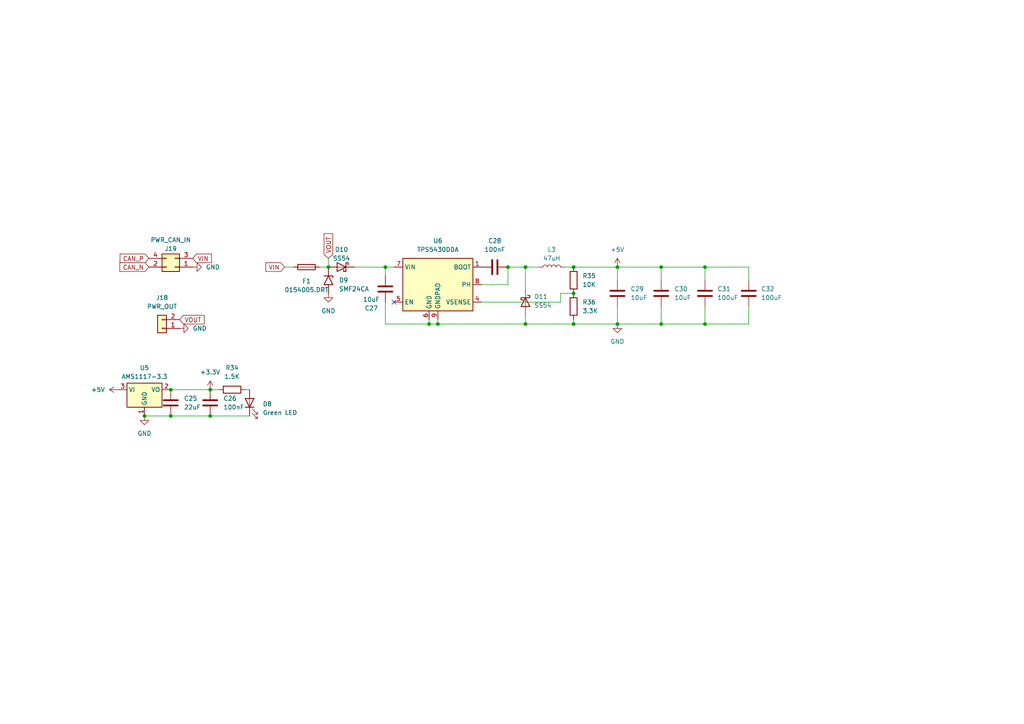
<source format=kicad_sch>
(kicad_sch (version 20231120) (generator "eeschema") (generator_version "8.0")
  (paper "A4")
  (title_block (title "CANBus Checkpoint") (date "2024-05-18") (rev "v1.1.0") (comment 1 "creativecommons.org/licenses/by-sa/4.0/") (comment 2 "License: CC BY-SA 4.0") (comment 3 "Author: Michael Smith"))
  (lib_symbols
    (symbol "Connector_Generic:Conn_01x02" (pin_names (offset 1.016) hide)
      (property "Reference" "J" (at 0 2.54 0))
      (property "Value" "Conn_01x02" (at 0 -5.08 0))
      (symbol "Conn_01x02_1_1"
        (rectangle (start -1.27 -2.413) (end 0 -2.667) (stroke (width 0.1524)))
        (rectangle (start -1.27 0.127) (end 0 -0.127) (stroke (width 0.1524)))
        (rectangle (start -1.27 1.27) (end 1.27 -3.81) (stroke (width 0.254)) (fill (type background)))
        (pin passive line (at -5.08 0 0) (length 3.81) (name "Pin_1") (number "1"))
        (pin passive line (at -5.08 -2.54 0) (length 3.81) (name "Pin_2") (number "2"))
      )
    )
    (symbol "Connector_Generic:Conn_02x02_Odd_Even" (pin_names (offset 1.016) hide)
      (property "Reference" "J" (at 1.27 2.54 0))
      (property "Value" "Conn_02x02_Odd_Even" (at 1.27 -5.08 0))
      (symbol "Conn_02x02_Odd_Even_1_1"
        (rectangle (start -1.27 -2.413) (end 0 -2.667) (stroke (width 0.1524)))
        (rectangle (start -1.27 0.127) (end 0 -0.127) (stroke (width 0.1524)))
        (rectangle (start -1.27 1.27) (end 3.81 -3.81) (stroke (width 0.254)) (fill (type background)))
        (rectangle (start 3.81 -2.413) (end 2.54 -2.667) (stroke (width 0.1524)))
        (rectangle (start 3.81 0.127) (end 2.54 -0.127) (stroke (width 0.1524)))
        (pin passive line (at -5.08 0 0) (length 3.81) (name "Pin_1") (number "1"))
        (pin passive line (at 7.62 0 180) (length 3.81) (name "Pin_2") (number "2"))
        (pin passive line (at -5.08 -2.54 0) (length 3.81) (name "Pin_3") (number "3"))
        (pin passive line (at 7.62 -2.54 180) (length 3.81) (name "Pin_4") (number "4"))
      )
    )
    (symbol "Device:C" (pin_numbers hide) (pin_names (offset 0.254))
      (property "Reference" "C" (at 0.635 2.54 0))
      (property "Value" "C" (at 0.635 -2.54 0))
      (symbol "C_0_1"
        (polyline (pts (xy -2.032 -0.762) (xy 2.032 -0.762)) (stroke (width 0.508)))
        (polyline (pts (xy -2.032 0.762) (xy 2.032 0.762)) (stroke (width 0.508)))
      )
      (symbol "C_1_1"
        (pin passive line (at 0 3.81 270) (length 2.794) (name "~") (number "1"))
        (pin passive line (at 0 -3.81 90) (length 2.794) (name "~") (number "2"))
      )
    )
    (symbol "Device:Fuse" (pin_numbers hide) (pin_names (offset 0))
      (property "Reference" "F" (at 2.032 0 90))
      (property "Value" "Fuse" (at -1.905 0 90))
      (symbol "Fuse_0_1"
        (rectangle (start -0.762 -2.54) (end 0.762 2.54) (stroke (width 0.254)))
        (polyline (pts (xy 0 2.54) (xy 0 -2.54)))
      )
      (symbol "Fuse_1_1"
        (pin passive line (at 0 3.81 270) (length 1.27) (name "~") (number "1"))
        (pin passive line (at 0 -3.81 90) (length 1.27) (name "~") (number "2"))
      )
    )
    (symbol "Device:L" (pin_numbers hide) (pin_names (offset 1.016) hide)
      (property "Reference" "L" (at -1.27 0 90))
      (property "Value" "L" (at 1.905 0 90))
      (symbol "L_0_1"
        (arc (start 0 -2.54) (mid 0.6323 -1.905) (end 0 -1.27))
        (arc (start 0 -1.27) (mid 0.6323 -0.635) (end 0 0))
        (arc (start 0 0) (mid 0.6323 0.635) (end 0 1.27))
        (arc (start 0 1.27) (mid 0.6323 1.905) (end 0 2.54))
      )
      (symbol "L_1_1"
        (pin passive line (at 0 3.81 270) (length 1.27) (name "1") (number "1"))
        (pin passive line (at 0 -3.81 90) (length 1.27) (name "2") (number "2"))
      )
    )
    (symbol "Device:LED" (pin_numbers hide) (pin_names (offset 1.016) hide)
      (property "Reference" "D" (at 0 2.54 0))
      (property "Value" "LED" (at 0 -2.54 0))
      (symbol "LED_0_1"
        (polyline (pts (xy -1.27 -1.27) (xy -1.27 1.27)) (stroke (width 0.254)))
        (polyline (pts (xy -1.27 0) (xy 1.27 0)))
        (polyline (pts (xy 1.27 -1.27) (xy 1.27 1.27) (xy -1.27 0) (xy 1.27 -1.27)) (stroke (width 0.254)))
        (polyline (pts (xy -3.048 -0.762) (xy -4.572 -2.286) (xy -3.81 -2.286) (xy -4.572 -2.286) (xy -4.572 -1.524)))
        (polyline (pts (xy -1.778 -0.762) (xy -3.302 -2.286) (xy -2.54 -2.286) (xy -3.302 -2.286) (xy -3.302 -1.524)))
      )
      (symbol "LED_1_1"
        (pin passive line (at -3.81 0 0) (length 2.54) (name "K") (number "1"))
        (pin passive line (at 3.81 0 180) (length 2.54) (name "A") (number "2"))
      )
    )
    (symbol "Device:R" (pin_numbers hide) (pin_names (offset 0))
      (property "Reference" "R" (at 2.032 0 90))
      (property "Value" "R" (at 0 0 90))
      (symbol "R_0_1"
        (rectangle (start -1.016 -2.54) (end 1.016 2.54) (stroke (width 0.254)))
      )
      (symbol "R_1_1"
        (pin passive line (at 0 3.81 270) (length 1.27) (name "~") (number "1"))
        (pin passive line (at 0 -3.81 90) (length 1.27) (name "~") (number "2"))
      )
    )
    (symbol "Diode:SMAJ24A" (pin_numbers hide) (pin_names (offset 1.016) hide)
      (property "Reference" "D" (at 0 2.54 0))
      (property "Value" "SMAJ24A" (at 0 -2.54 0))
      (symbol "SMAJ24A_0_1"
        (polyline (pts (xy -0.762 1.27) (xy -1.27 1.27) (xy -1.27 -1.27)) (stroke (width 0.254)))
        (polyline (pts (xy 1.27 1.27) (xy 1.27 -1.27) (xy -1.27 0) (xy 1.27 1.27)) (stroke (width 0.254)))
      )
      (symbol "SMAJ24A_1_1"
        (pin passive line (at -3.81 0 0) (length 2.54) (name "A1") (number "1"))
        (pin passive line (at 3.81 0 180) (length 2.54) (name "A2") (number "2"))
      )
    )
    (symbol "Diode:SS210" (pin_numbers hide) (pin_names (offset 1.016) hide)
      (property "Reference" "D" (at 0 2.54 0))
      (property "Value" "SS210" (at 0 -2.54 0))
      (symbol "SS210_0_1"
        (polyline (pts (xy 1.27 0) (xy -1.27 0)))
        (polyline (pts (xy 1.27 1.27) (xy 1.27 -1.27) (xy -1.27 0) (xy 1.27 1.27)) (stroke (width 0.254)))
        (polyline (pts (xy -1.905 0.635) (xy -1.905 1.27) (xy -1.27 1.27) (xy -1.27 -1.27) (xy -0.635 -1.27) (xy -0.635 -0.635)) (stroke (width 0.254)))
      )
      (symbol "SS210_1_1"
        (pin passive line (at -3.81 0 0) (length 2.54) (name "K") (number "1"))
        (pin passive line (at 3.81 0 180) (length 2.54) (name "A") (number "2"))
      )
    )
    (symbol "Diode:SS34" (pin_numbers hide) (pin_names (offset 1.016) hide)
      (property "Reference" "D" (at 0 2.54 0))
      (property "Value" "SS34" (at 0 -2.54 0))
      (symbol "SS34_0_1"
        (polyline (pts (xy 1.27 0) (xy -1.27 0)))
        (polyline (pts (xy 1.27 1.27) (xy 1.27 -1.27) (xy -1.27 0) (xy 1.27 1.27)) (stroke (width 0.254)))
        (polyline (pts (xy -1.905 0.635) (xy -1.905 1.27) (xy -1.27 1.27) (xy -1.27 -1.27) (xy -0.635 -1.27) (xy -0.635 -0.635)) (stroke (width 0.254)))
      )
      (symbol "SS34_1_1"
        (pin passive line (at -3.81 0 0) (length 2.54) (name "K") (number "1"))
        (pin passive line (at 3.81 0 180) (length 2.54) (name "A") (number "2"))
      )
    )
    (symbol "Regulator_Linear:AMS1117-3.3"
      (property "Reference" "U" (at -3.81 3.175 0))
      (property "Value" "AMS1117-3.3" (at 0 3.175 0))
      (symbol "AMS1117-3.3_0_1"
        (rectangle (start -5.08 -5.08) (end 5.08 1.905) (stroke (width 0.254)) (fill (type background)))
      )
      (symbol "AMS1117-3.3_1_1"
        (pin power_in line (at 0 -7.62 90) (length 2.54) (name "GND") (number "1"))
        (pin power_out line (at 7.62 0 180) (length 2.54) (name "VO") (number "2"))
        (pin power_in line (at -7.62 0 0) (length 2.54) (name "VI") (number "3"))
      )
    )
    (symbol "Regulator_Switching:TPS5430DDA"
      (property "Reference" "U" (at -10.16 8.89 0))
      (property "Value" "TPS5430DDA" (at -1.27 8.89 0))
      (symbol "TPS5430DDA_0_1"
        (rectangle (start -10.16 7.62) (end 10.16 -7.62) (stroke (width 0.254)) (fill (type background)))
      )
      (symbol "TPS5430DDA_1_1"
        (pin input line (at 12.7 5.08 180) (length 2.54) (name "BOOT") (number "1"))
        (pin no_connect line (at -10.16 2.54 0) (length 2.54) hide (name "NC") (number "2"))
        (pin no_connect line (at -10.16 -2.54 0) (length 2.54) hide (name "NC") (number "3"))
        (pin input line (at 12.7 -5.08 180) (length 2.54) (name "VSENSE") (number "4"))
        (pin input line (at -12.7 -5.08 0) (length 2.54) (name "EN") (number "5"))
        (pin power_in line (at -2.54 -10.16 90) (length 2.54) (name "GND") (number "6"))
        (pin power_in line (at -12.7 5.08 0) (length 2.54) (name "VIN") (number "7"))
        (pin output line (at 12.7 0 180) (length 2.54) (name "PH") (number "8"))
        (pin power_in line (at 0 -10.16 90) (length 2.54) (name "GNDPAD") (number "9"))
      )
    )
    (symbol "power:+3.3V" (power) (pin_numbers hide) (pin_names (offset 0) hide)
      (property "Value" "+3.3V" (at 0 3.556 0))
      (symbol "+3.3V_0_1"
        (polyline (pts (xy -0.762 1.27) (xy 0 2.54)))
        (polyline (pts (xy 0 0) (xy 0 2.54)))
        (polyline (pts (xy 0 2.54) (xy 0.762 1.27)))
      )
      (symbol "+3.3V_1_1"
        (pin power_in line (at 0 0 90) (length 0) (name "~") (number "1"))
      )
    )
    (symbol "power:+5V" (power) (pin_numbers hide) (pin_names (offset 0) hide)
      (property "Value" "+5V" (at 0 3.556 0))
      (symbol "+5V_0_1"
        (polyline (pts (xy -0.762 1.27) (xy 0 2.54)))
        (polyline (pts (xy 0 0) (xy 0 2.54)))
        (polyline (pts (xy 0 2.54) (xy 0.762 1.27)))
      )
      (symbol "+5V_1_1"
        (pin power_in line (at 0 0 90) (length 0) (name "~") (number "1"))
      )
    )
    (symbol "power:GND" (power) (pin_numbers hide) (pin_names (offset 0) hide)
      (property "Value" "GND" (at 0 -3.81 0))
      (symbol "GND_0_1"
        (polyline (pts (xy 0 0) (xy 0 -1.27) (xy 1.27 -1.27) (xy 0 -2.54) (xy -1.27 -1.27) (xy 0 -1.27)))
      )
      (symbol "GND_1_1"
        (pin power_in line (at 0 0 270) (length 0) (name "~") (number "1"))
      )
    )
  )
  (junction (at 95.25 77.47))
  (junction (at 191.77 93.98))
  (junction (at 179.07 77.47))
  (junction (at 152.4 77.47))
  (junction (at 204.47 77.47))
  (junction (at 179.07 93.98))
  (junction (at 41.91 120.65))
  (junction (at 166.37 85.09))
  (junction (at 60.96 113.03))
  (junction (at 60.96 120.65))
  (junction (at 147.32 77.47))
  (junction (at 204.47 93.98))
  (junction (at 124.46 93.98))
  (junction (at 166.37 77.47))
  (junction (at 166.37 93.98))
  (junction (at 127 93.98))
  (junction (at 191.77 77.47))
  (junction (at 49.53 113.03))
  (junction (at 49.53 120.65))
  (junction (at 152.4 93.98))
  (junction (at 111.76 77.47))
  (no_connect (at 114.3 87.63))
  (wire (pts (xy 179.07 77.47) (xy 179.07 81.28)))
  (wire (pts (xy 217.17 77.47) (xy 217.17 81.28)))
  (wire (pts (xy 152.4 77.47) (xy 152.4 83.82)))
  (wire (pts (xy 191.77 93.98) (xy 204.47 93.98)))
  (wire (pts (xy 60.96 120.65) (xy 72.39 120.65)))
  (wire (pts (xy 127 93.98) (xy 152.4 93.98)))
  (wire (pts (xy 152.4 91.44) (xy 152.4 93.98)))
  (wire (pts (xy 204.47 93.98) (xy 217.17 93.98)))
  (wire (pts (xy 111.76 87.63) (xy 111.76 93.98)))
  (wire (pts (xy 139.7 82.55) (xy 147.32 82.55)))
  (wire (pts (xy 71.12 113.03) (xy 72.39 113.03)))
  (wire (pts (xy 95.25 74.93) (xy 95.25 77.47)))
  (wire (pts (xy 163.83 77.47) (xy 166.37 77.47)))
  (wire (pts (xy 166.37 92.71) (xy 166.37 93.98)))
  (wire (pts (xy 49.53 120.65) (xy 60.96 120.65)))
  (wire (pts (xy 179.07 88.9) (xy 179.07 93.98)))
  (wire (pts (xy 166.37 93.98) (xy 179.07 93.98)))
  (wire (pts (xy 95.25 77.47) (xy 92.71 77.47)))
  (wire (pts (xy 162.56 85.09) (xy 166.37 85.09)))
  (wire (pts (xy 60.96 113.03) (xy 63.5 113.03)))
  (wire (pts (xy 124.46 93.98) (xy 127 93.98)))
  (wire (pts (xy 147.32 77.47) (xy 147.32 82.55)))
  (wire (pts (xy 217.17 88.9) (xy 217.17 93.98)))
  (wire (pts (xy 147.32 77.47) (xy 152.4 77.47)))
  (wire (pts (xy 179.07 77.47) (xy 191.77 77.47)))
  (wire (pts (xy 139.7 87.63) (xy 162.56 87.63)))
  (wire (pts (xy 152.4 93.98) (xy 166.37 93.98)))
  (wire (pts (xy 204.47 77.47) (xy 217.17 77.47)))
  (wire (pts (xy 191.77 88.9) (xy 191.77 93.98)))
  (wire (pts (xy 102.87 77.47) (xy 111.76 77.47)))
  (wire (pts (xy 179.07 93.98) (xy 191.77 93.98)))
  (wire (pts (xy 162.56 87.63) (xy 162.56 85.09)))
  (wire (pts (xy 191.77 77.47) (xy 191.77 81.28)))
  (wire (pts (xy 127 92.71) (xy 127 93.98)))
  (wire (pts (xy 111.76 93.98) (xy 124.46 93.98)))
  (wire (pts (xy 166.37 77.47) (xy 179.07 77.47)))
  (wire (pts (xy 111.76 77.47) (xy 114.3 77.47)))
  (wire (pts (xy 41.91 120.65) (xy 49.53 120.65)))
  (wire (pts (xy 124.46 92.71) (xy 124.46 93.98)))
  (wire (pts (xy 85.09 77.47) (xy 82.55 77.47)))
  (wire (pts (xy 152.4 77.47) (xy 156.21 77.47)))
  (wire (pts (xy 111.76 77.47) (xy 111.76 80.01)))
  (wire (pts (xy 49.53 113.03) (xy 60.96 113.03)))
  (wire (pts (xy 204.47 88.9) (xy 204.47 93.98)))
  (wire (pts (xy 191.77 77.47) (xy 204.47 77.47)))
  (wire (pts (xy 204.47 77.47) (xy 204.47 81.28)))
  (global_label "VOUT" (shape input) (at 52.07 92.71 0) (property "Intersheetrefs" "${INTERSHEET_REFS}" (effects (hide yes))))
  (global_label "VOUT" (shape input) (at 95.25 74.93 90) (property "Intersheetrefs" "${INTERSHEET_REFS}" (effects (hide yes))))
  (global_label "CAN_N" (shape input) (at 43.18 77.47 180) (property "Intersheetrefs" "${INTERSHEET_REFS}" (effects (hide yes))))
  (global_label "VIN" (shape input) (at 82.55 77.47 180) (property "Intersheetrefs" "${INTERSHEET_REFS}" (effects (hide yes))))
  (global_label "CAN_P" (shape input) (at 43.18 74.93 180) (property "Intersheetrefs" "${INTERSHEET_REFS}" (effects (hide yes))))
  (global_label "VIN" (shape input) (at 55.88 74.93 0) (property "Intersheetrefs" "${INTERSHEET_REFS}" (effects (hide yes))))
  (symbol (lib_id "Device:R") (at 67.31 113.03 90) (unit 1)
    (property "Reference" "R34" (at 67.31 106.68 90))
    (property "Value" "1.5K" (at 67.31 109.22 90))
    (property "Footprint" "Resistor_SMD:R_0603_1608Metric" (effects (hide yes)))
    (property "Description" "Resistor" (effects (hide yes)))
  )
  (symbol (lib_id "Regulator_Switching:TPS5430DDA") (at 127 82.55 0) (unit 1)
    (property "Reference" "U6" (at 127 69.85 0))
    (property "Value" "TPS5430DDA" (at 127 72.39 0))
    (property "Footprint" "Package_SO:TI_SO-PowerPAD-8_ThermalVias" (effects (hide yes)))
    (property "Datasheet" "http://www.ti.com/lit/ds/symlink/tps5430.pdf" (effects (hide yes)))
    (property "Description" "3A, Step Down Swift Converter, Adjustable Output Voltage, 5.5-36V Input Voltage, PowerSO-8" (effects (hide yes)))
  )
  (symbol (lib_id "Device:R") (at 166.37 88.9 0) (unit 1)
    (property "Reference" "R36" (at 168.91 87.6299 0) (effects (justify left)))
    (property "Value" "3.3K" (at 168.91 90.1699 0) (effects (justify left)))
    (property "Footprint" "Resistor_SMD:R_0603_1608Metric" (effects (hide yes)))
    (property "Description" "Resistor" (effects (hide yes)))
  )
  (symbol (lib_id "Device:C") (at 143.51 77.47 90) (unit 1)
    (property "Reference" "C28" (at 143.51 69.85 90))
    (property "Value" "100nF" (at 143.51 72.39 90))
    (property "Footprint" "Capacitor_SMD:C_0402_1005Metric" (effects (hide yes)))
    (property "Description" "Unpolarized capacitor" (effects (hide yes)))
  )
  (symbol (lib_id "Diode:SS210") (at 152.4 87.63 270) (unit 1)
    (property "Reference" "D11" (at 154.94 86.0424 90) (effects (justify left)))
    (property "Value" "SS54" (at 154.94 88.5824 90) (effects (justify left)))
    (property "Footprint" "Diode_SMD:D_SMA" (effects (hide yes)))
    (property "Datasheet" "https://www.wontop.com/uploadfiles/56/sort_excel/pdf/ss22.pdf" (effects (hide yes)))
    (property "Description" "100V 2A Schottky Diode, SMA" (effects (hide yes)))
  )
  (symbol (lib_id "Device:C") (at 217.17 85.09 0) (unit 1)
    (property "Reference" "C32" (at 220.726 83.82 0) (effects (justify left)))
    (property "Value" "100uF" (at 220.726 86.36 0) (effects (justify left)))
    (property "Footprint" "Capacitor_SMD:C_1206_3216Metric" (effects (hide yes)))
    (property "Datasheet" "CL31A107MQHNNNE" (effects (hide yes)))
    (property "Description" "Unpolarized capacitor" (effects (hide yes)))
  )
  (symbol (lib_id "Connector_Generic:Conn_01x02") (at 46.99 95.25 180) (unit 1)
    (property "Reference" "J18" (at 46.99 86.36 0))
    (property "Value" "PWR_OUT" (at 46.99 88.9 0))
    (property "Footprint" "TerminalBlock_Phoenix:TerminalBlock_Phoenix_MKDS-1,5-2-5.08_1x02_P5.08mm_Horizontal" (effects (hide yes)))
    (property "Description" "Generic connector, single row, 01x02, script generated (kicad-library-utils/schlib/autogen/connector/)" (effects (hide yes)))
  )
  (symbol (lib_id "power:+5V") (at 34.29 113.03 90) (unit 1)
    (property "Reference" "#PWR055" (effects (hide yes)))
    (property "Value" "+5V" (at 30.48 113.0299 90) (effects (justify left)))
    (property "Description" "Power symbol creates a global label with name \"+5V\"" (effects (hide yes)))
  )
  (symbol (lib_id "power:GND") (at 179.07 93.98 0) (unit 1)
    (property "Reference" "#PWR062" (effects (hide yes)))
    (property "Value" "GND" (at 179.07 99.06 0))
    (property "Description" "Power symbol creates a global label with name \"GND\" , ground" (effects (hide yes)))
  )
  (symbol (lib_id "power:GND") (at 52.07 95.25 90) (unit 1)
    (property "Reference" "#PWR057" (effects (hide yes)))
    (property "Value" "GND" (at 55.88 95.2499 90) (effects (justify right)))
    (property "Description" "Power symbol creates a global label with name \"GND\" , ground" (effects (hide yes)))
  )
  (symbol (lib_id "power:GND") (at 41.91 120.65 0) (unit 1)
    (property "Reference" "#PWR056" (effects (hide yes)))
    (property "Value" "GND" (at 41.91 125.73 0))
    (property "Description" "Power symbol creates a global label with name \"GND\" , ground" (effects (hide yes)))
  )
  (symbol (lib_id "Device:LED") (at 72.39 116.84 90) (unit 1)
    (property "Reference" "D8" (at 76.2 117.1574 90) (effects (justify right)))
    (property "Value" "Green LED" (at 76.2 119.6974 90) (effects (justify right)))
    (property "Footprint" "LED_SMD:LED_0805_2012Metric" (effects (hide yes)))
    (property "Datasheet" "KT-0805G" (effects (hide yes)))
    (property "Description" "Light emitting diode" (effects (hide yes)))
  )
  (symbol (lib_id "Device:L") (at 160.02 77.47 90) (unit 1)
    (property "Reference" "L3" (at 160.02 72.39 90))
    (property "Value" "47uH" (at 160.02 74.93 90))
    (property "Footprint" "Library:L_Bourns_SRP7050WA_7.9x7.3mm" (effects (hide yes)))
    (property "Description" "Inductor" (effects (hide yes)))
  )
  (symbol (lib_id "Device:C") (at 204.47 85.09 0) (unit 1)
    (property "Reference" "C31" (at 208.026 83.82 0) (effects (justify left)))
    (property "Value" "100uF" (at 208.026 86.36 0) (effects (justify left)))
    (property "Footprint" "Capacitor_SMD:C_1206_3216Metric" (effects (hide yes)))
    (property "Datasheet" "CL31A107MQHNNNE" (effects (hide yes)))
    (property "Description" "Unpolarized capacitor" (effects (hide yes)))
  )
  (symbol (lib_id "Diode:SS34") (at 99.06 77.47 0) (mirror y) (unit 1)
    (property "Reference" "D10" (at 99.06 72.39 0))
    (property "Value" "SS54" (at 99.06 74.93 0))
    (property "Footprint" "Diode_SMD:D_SMA" (effects (hide yes)))
    (property "Description" "40V 3A Schottky Diode, SMA" (effects (hide yes)))
  )
  (symbol (lib_id "Device:C") (at 179.07 85.09 0) (unit 1)
    (property "Reference" "C29" (at 182.88 83.8199 0) (effects (justify left)))
    (property "Value" "10uF" (at 182.88 86.3599 0) (effects (justify left)))
    (property "Footprint" "Capacitor_SMD:C_0805_2012Metric" (effects (hide yes)))
    (property "Description" "Unpolarized capacitor" (effects (hide yes)))
  )
  (symbol (lib_id "Regulator_Linear:AMS1117-3.3") (at 41.91 113.03 0) (unit 1)
    (property "Reference" "U5" (at 41.91 106.68 0))
    (property "Value" "AMS1117-3.3" (at 41.91 109.22 0))
    (property "Footprint" "Package_TO_SOT_SMD:SOT-223-3_TabPin2" (effects (hide yes)))
    (property "Datasheet" "http://www.advanced-monolithic.com/pdf/ds1117.pdf" (effects (hide yes)))
    (property "Description" "1A Low Dropout regulator, positive, 3.3V fixed output, SOT-223" (effects (hide yes)))
  )
  (symbol (lib_id "Diode:SMAJ24A") (at 95.25 81.28 270) (unit 1)
    (property "Reference" "D9" (at 98.298 81.28 90) (effects (justify left)))
    (property "Value" "SMF24CA" (at 98.298 83.82 90) (effects (justify left)))
    (property "Footprint" "Diode_SMD:D_SOD-123F" (effects (hide yes)))
    (property "Datasheet" "https://www.littelfuse.com/media?resourcetype=datasheets&itemid=75e32973-b177-4ee3-a0ff-cedaf1abdb93&filename=smaj-datasheet" (effects (hide yes)))
    (property "Description" "400W unidirectional Transient Voltage Suppressor, 24.0Vr, SMA(DO-214AC)" (effects (hide yes)))
  )
  (symbol (lib_id "power:GND") (at 95.25 85.09 0) (unit 1)
    (property "Reference" "#PWR060" (effects (hide yes)))
    (property "Value" "GND" (at 95.25 90.17 0))
    (property "Description" "Power symbol creates a global label with name \"GND\" , ground" (effects (hide yes)))
  )
  (symbol (lib_id "Device:C") (at 49.53 116.84 0) (unit 1)
    (property "Reference" "C25" (at 53.34 115.5699 0) (effects (justify left)))
    (property "Value" "22uF" (at 53.34 118.1099 0) (effects (justify left)))
    (property "Footprint" "Capacitor_SMD:C_0805_2012Metric" (effects (hide yes)))
    (property "Description" "Unpolarized capacitor" (effects (hide yes)))
  )
  (symbol (lib_id "Device:Fuse") (at 88.9 77.47 270) (unit 1)
    (property "Reference" "F1" (at 88.9 81.534 90))
    (property "Value" "0154005.DRT" (at 88.9 84.074 90))
    (property "Footprint" "Fuse:Fuseholder_Littelfuse_Nano2_154x" (effects (hide yes)))
    (property "Description" "Fuse" (effects (hide yes)))
  )
  (symbol (lib_id "Device:R") (at 166.37 81.28 0) (unit 1)
    (property "Reference" "R35" (at 168.91 80.0099 0) (effects (justify left)))
    (property "Value" "10K" (at 168.91 82.5499 0) (effects (justify left)))
    (property "Footprint" "Resistor_SMD:R_0603_1608Metric" (effects (hide yes)))
    (property "Description" "Resistor" (effects (hide yes)))
  )
  (symbol (lib_id "power:+5V") (at 179.07 77.47 0) (unit 1)
    (property "Reference" "#PWR061" (effects (hide yes)))
    (property "Value" "+5V" (at 179.07 72.39 0))
    (property "Description" "Power symbol creates a global label with name \"+5V\"" (effects (hide yes)))
  )
  (symbol (lib_id "Device:C") (at 60.96 116.84 0) (unit 1)
    (property "Reference" "C26" (at 64.77 115.5699 0) (effects (justify left)))
    (property "Value" "100nF" (at 64.77 118.1099 0) (effects (justify left)))
    (property "Footprint" "Capacitor_SMD:C_0402_1005Metric" (effects (hide yes)))
    (property "Description" "Unpolarized capacitor" (effects (hide yes)))
  )
  (symbol (lib_id "Device:C") (at 191.77 85.09 0) (unit 1)
    (property "Reference" "C30" (at 195.58 83.8199 0) (effects (justify left)))
    (property "Value" "10uF" (at 195.58 86.3599 0) (effects (justify left)))
    (property "Footprint" "Capacitor_SMD:C_0805_2012Metric" (effects (hide yes)))
    (property "Description" "Unpolarized capacitor" (effects (hide yes)))
  )
  (symbol (lib_id "Device:C") (at 111.76 83.82 0) (unit 1)
    (property "Reference" "C27" (at 107.696 89.408 0))
    (property "Value" "10uF" (at 107.696 86.868 0))
    (property "Footprint" "Capacitor_SMD:C_0805_2012Metric" (effects (hide yes)))
    (property "Datasheet" "CL31A107MQHNNNE" (effects (hide yes)))
    (property "Description" "Unpolarized capacitor" (effects (hide yes)))
  )
  (symbol (lib_id "power:+3.3V") (at 60.96 113.03 0) (unit 1)
    (property "Reference" "#PWR059" (effects (hide yes)))
    (property "Value" "+3.3V" (at 60.96 107.95 0))
    (property "Description" "Power symbol creates a global label with name \"+3.3V\"" (effects (hide yes)))
  )
  (symbol (lib_id "power:GND") (at 55.88 77.47 90) (unit 1)
    (property "Reference" "#PWR058" (effects (hide yes)))
    (property "Value" "GND" (at 59.69 77.4699 90) (effects (justify right)))
    (property "Description" "Power symbol creates a global label with name \"GND\" , ground" (effects (hide yes)))
  )
  (symbol (lib_id "Connector_Generic:Conn_02x02_Odd_Even") (at 50.8 77.47 180) (unit 1)
    (property "Reference" "J19" (at 49.53 72.136 0))
    (property "Value" "PWR_CAN_IN" (at 49.53 69.596 0))
    (property "Footprint" "Connector_Molex:Molex_Micro-Fit_3.0_43045-0412_2x02_P3.00mm_Vertical" (effects (hide yes)))
    (property "Description" "Generic connector, double row, 02x02, odd/even pin numbering scheme (row 1 odd numbers, row 2 even numbers), script generated (kicad-library-utils/schlib/autogen/connector/)" (effects (hide yes)))
  )
)
</source>
